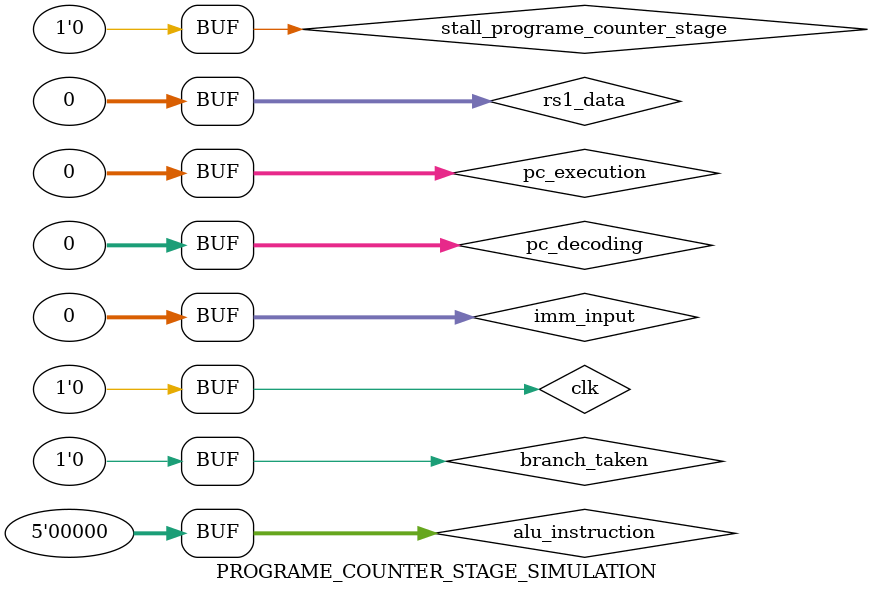
<source format=v>
`timescale 1ns / 1ps


module PROGRAME_COUNTER_STAGE_SIMULATION;

    // Inputs
    reg            clk                          ;
    reg            stall_programe_counter_stage ;
    reg  [4  : 0]  alu_instruction              ;
    reg            branch_taken                 ;
    reg  [31 : 0]  pc_execution                 ;
    reg  [31 : 0]  rs1_data                     ;
    reg  [31 : 0]  imm_input                    ;
    reg  [31 : 0]  pc_decoding                  ;
   
    // Outputs
    wire [31 : 0]  pc                               ;
    wire           clear_decoding_stage             ;
    wire           clear_execution_stage            ;
    wire           clear_instruction_fetch_stage    ;
   
    // Instantiate the Unit Under Test (UUT)
    PROGRAME_COUNTER_STAGE uut(
        .CLK(clk),
        .STALL_PROGRAME_COUNTER_STAGE(stall_programe_counter_stage),
        .ALU_INSTRUCTION(alu_instruction),
        .BRANCH_TAKEN(branch_taken),
        .PC_EXECUTION(pc_execution),
        .RS1_DATA(rs1_data),
        .IMM_INPUT(imm_input),
        .PC_DECODING(pc_decoding),
        .PC(pc),
        .CLEAR_DECODING_STAGE(clear_decoding_stage),
        .CLEAR_EXECUTION_STAGE(clear_execution_stage),
        .CLEAR_INSTRUCTION_FETCH_STAGE(clear_instruction_fetch_stage)
        );
   
    initial 
    begin
        // Initialize Inputs
        clk                             = 1'b0 ;
        stall_programe_counter_stage    = 1'b0 ;
        alu_instruction                 = 5'b0 ;
        branch_taken                    = 1'b0 ;
        pc_execution                    = 32'b0 ;
        rs1_data                        = 32'b0 ;
        imm_input                       = 32'b0 ;
        pc_decoding                     = 32'b0 ;

        // Wait 100 ns for global reset to finish
        #100;
       
        // Add stimulus here
        clk                      = 1'b1 ;
        #100;
        clk                      = 1'b0 ;
        #100;
        clk                      = 1'b1 ;
        #100;
        clk                      = 1'b0 ;

    end
   
endmodule

</source>
